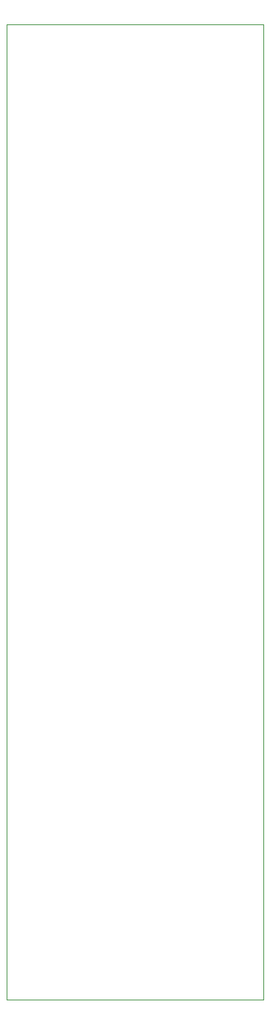
<source format=gbr>
G04 #@! TF.GenerationSoftware,KiCad,Pcbnew,(5.1.4-0-10_14)*
G04 #@! TF.CreationDate,2019-10-08T21:19:08-07:00*
G04 #@! TF.ProjectId,VCA_IO,5643415f-494f-42e6-9b69-6361645f7063,rev?*
G04 #@! TF.SameCoordinates,Original*
G04 #@! TF.FileFunction,Profile,NP*
%FSLAX46Y46*%
G04 Gerber Fmt 4.6, Leading zero omitted, Abs format (unit mm)*
G04 Created by KiCad (PCBNEW (5.1.4-0-10_14)) date 2019-10-08 21:19:08*
%MOMM*%
%LPD*%
G04 APERTURE LIST*
%ADD10C,0.050000*%
G04 APERTURE END LIST*
D10*
X64008000Y-160020000D02*
X64008000Y-48260000D01*
X93472000Y-160020000D02*
X64008000Y-160020000D01*
X93472000Y-48260000D02*
X93472000Y-160020000D01*
X64008000Y-48260000D02*
X93472000Y-48260000D01*
M02*

</source>
